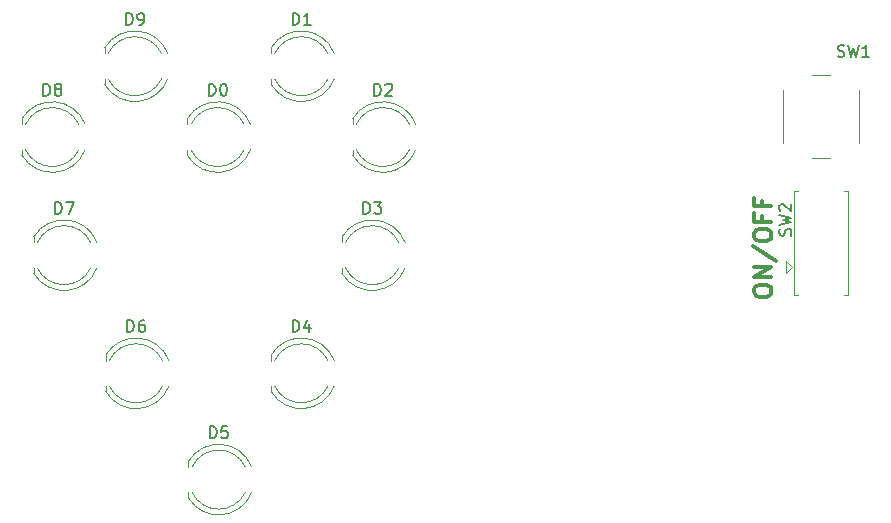
<source format=gbr>
%TF.GenerationSoftware,KiCad,Pcbnew,9.0.5*%
%TF.CreationDate,2025-10-04T16:27:51-04:00*%
%TF.ProjectId,LightBoard-Gift,4c696768-7442-46f6-9172-642d47696674,rev?*%
%TF.SameCoordinates,Original*%
%TF.FileFunction,Legend,Top*%
%TF.FilePolarity,Positive*%
%FSLAX46Y46*%
G04 Gerber Fmt 4.6, Leading zero omitted, Abs format (unit mm)*
G04 Created by KiCad (PCBNEW 9.0.5) date 2025-10-04 16:27:51*
%MOMM*%
%LPD*%
G01*
G04 APERTURE LIST*
%ADD10C,0.300000*%
%ADD11C,0.150000*%
%ADD12C,0.120000*%
G04 APERTURE END LIST*
D10*
X143300828Y-47159774D02*
X143300828Y-46874060D01*
X143300828Y-46874060D02*
X143372257Y-46731203D01*
X143372257Y-46731203D02*
X143515114Y-46588346D01*
X143515114Y-46588346D02*
X143800828Y-46516917D01*
X143800828Y-46516917D02*
X144300828Y-46516917D01*
X144300828Y-46516917D02*
X144586542Y-46588346D01*
X144586542Y-46588346D02*
X144729400Y-46731203D01*
X144729400Y-46731203D02*
X144800828Y-46874060D01*
X144800828Y-46874060D02*
X144800828Y-47159774D01*
X144800828Y-47159774D02*
X144729400Y-47302632D01*
X144729400Y-47302632D02*
X144586542Y-47445489D01*
X144586542Y-47445489D02*
X144300828Y-47516917D01*
X144300828Y-47516917D02*
X143800828Y-47516917D01*
X143800828Y-47516917D02*
X143515114Y-47445489D01*
X143515114Y-47445489D02*
X143372257Y-47302632D01*
X143372257Y-47302632D02*
X143300828Y-47159774D01*
X144800828Y-45874060D02*
X143300828Y-45874060D01*
X143300828Y-45874060D02*
X144800828Y-45016917D01*
X144800828Y-45016917D02*
X143300828Y-45016917D01*
X143229400Y-43231202D02*
X145157971Y-44516916D01*
X143300828Y-42445487D02*
X143300828Y-42159773D01*
X143300828Y-42159773D02*
X143372257Y-42016916D01*
X143372257Y-42016916D02*
X143515114Y-41874059D01*
X143515114Y-41874059D02*
X143800828Y-41802630D01*
X143800828Y-41802630D02*
X144300828Y-41802630D01*
X144300828Y-41802630D02*
X144586542Y-41874059D01*
X144586542Y-41874059D02*
X144729400Y-42016916D01*
X144729400Y-42016916D02*
X144800828Y-42159773D01*
X144800828Y-42159773D02*
X144800828Y-42445487D01*
X144800828Y-42445487D02*
X144729400Y-42588345D01*
X144729400Y-42588345D02*
X144586542Y-42731202D01*
X144586542Y-42731202D02*
X144300828Y-42802630D01*
X144300828Y-42802630D02*
X143800828Y-42802630D01*
X143800828Y-42802630D02*
X143515114Y-42731202D01*
X143515114Y-42731202D02*
X143372257Y-42588345D01*
X143372257Y-42588345D02*
X143300828Y-42445487D01*
X144015114Y-40659773D02*
X144015114Y-41159773D01*
X144800828Y-41159773D02*
X143300828Y-41159773D01*
X143300828Y-41159773D02*
X143300828Y-40445487D01*
X144015114Y-39374059D02*
X144015114Y-39874059D01*
X144800828Y-39874059D02*
X143300828Y-39874059D01*
X143300828Y-39874059D02*
X143300828Y-39159773D01*
D11*
X97261905Y-59494819D02*
X97261905Y-58494819D01*
X97261905Y-58494819D02*
X97500000Y-58494819D01*
X97500000Y-58494819D02*
X97642857Y-58542438D01*
X97642857Y-58542438D02*
X97738095Y-58637676D01*
X97738095Y-58637676D02*
X97785714Y-58732914D01*
X97785714Y-58732914D02*
X97833333Y-58923390D01*
X97833333Y-58923390D02*
X97833333Y-59066247D01*
X97833333Y-59066247D02*
X97785714Y-59256723D01*
X97785714Y-59256723D02*
X97738095Y-59351961D01*
X97738095Y-59351961D02*
X97642857Y-59447200D01*
X97642857Y-59447200D02*
X97500000Y-59494819D01*
X97500000Y-59494819D02*
X97261905Y-59494819D01*
X98738095Y-58494819D02*
X98261905Y-58494819D01*
X98261905Y-58494819D02*
X98214286Y-58971009D01*
X98214286Y-58971009D02*
X98261905Y-58923390D01*
X98261905Y-58923390D02*
X98357143Y-58875771D01*
X98357143Y-58875771D02*
X98595238Y-58875771D01*
X98595238Y-58875771D02*
X98690476Y-58923390D01*
X98690476Y-58923390D02*
X98738095Y-58971009D01*
X98738095Y-58971009D02*
X98785714Y-59066247D01*
X98785714Y-59066247D02*
X98785714Y-59304342D01*
X98785714Y-59304342D02*
X98738095Y-59399580D01*
X98738095Y-59399580D02*
X98690476Y-59447200D01*
X98690476Y-59447200D02*
X98595238Y-59494819D01*
X98595238Y-59494819D02*
X98357143Y-59494819D01*
X98357143Y-59494819D02*
X98261905Y-59447200D01*
X98261905Y-59447200D02*
X98214286Y-59399580D01*
X90261905Y-50494819D02*
X90261905Y-49494819D01*
X90261905Y-49494819D02*
X90500000Y-49494819D01*
X90500000Y-49494819D02*
X90642857Y-49542438D01*
X90642857Y-49542438D02*
X90738095Y-49637676D01*
X90738095Y-49637676D02*
X90785714Y-49732914D01*
X90785714Y-49732914D02*
X90833333Y-49923390D01*
X90833333Y-49923390D02*
X90833333Y-50066247D01*
X90833333Y-50066247D02*
X90785714Y-50256723D01*
X90785714Y-50256723D02*
X90738095Y-50351961D01*
X90738095Y-50351961D02*
X90642857Y-50447200D01*
X90642857Y-50447200D02*
X90500000Y-50494819D01*
X90500000Y-50494819D02*
X90261905Y-50494819D01*
X91690476Y-49494819D02*
X91500000Y-49494819D01*
X91500000Y-49494819D02*
X91404762Y-49542438D01*
X91404762Y-49542438D02*
X91357143Y-49590057D01*
X91357143Y-49590057D02*
X91261905Y-49732914D01*
X91261905Y-49732914D02*
X91214286Y-49923390D01*
X91214286Y-49923390D02*
X91214286Y-50304342D01*
X91214286Y-50304342D02*
X91261905Y-50399580D01*
X91261905Y-50399580D02*
X91309524Y-50447200D01*
X91309524Y-50447200D02*
X91404762Y-50494819D01*
X91404762Y-50494819D02*
X91595238Y-50494819D01*
X91595238Y-50494819D02*
X91690476Y-50447200D01*
X91690476Y-50447200D02*
X91738095Y-50399580D01*
X91738095Y-50399580D02*
X91785714Y-50304342D01*
X91785714Y-50304342D02*
X91785714Y-50066247D01*
X91785714Y-50066247D02*
X91738095Y-49971009D01*
X91738095Y-49971009D02*
X91690476Y-49923390D01*
X91690476Y-49923390D02*
X91595238Y-49875771D01*
X91595238Y-49875771D02*
X91404762Y-49875771D01*
X91404762Y-49875771D02*
X91309524Y-49923390D01*
X91309524Y-49923390D02*
X91261905Y-49971009D01*
X91261905Y-49971009D02*
X91214286Y-50066247D01*
X84166905Y-40494819D02*
X84166905Y-39494819D01*
X84166905Y-39494819D02*
X84405000Y-39494819D01*
X84405000Y-39494819D02*
X84547857Y-39542438D01*
X84547857Y-39542438D02*
X84643095Y-39637676D01*
X84643095Y-39637676D02*
X84690714Y-39732914D01*
X84690714Y-39732914D02*
X84738333Y-39923390D01*
X84738333Y-39923390D02*
X84738333Y-40066247D01*
X84738333Y-40066247D02*
X84690714Y-40256723D01*
X84690714Y-40256723D02*
X84643095Y-40351961D01*
X84643095Y-40351961D02*
X84547857Y-40447200D01*
X84547857Y-40447200D02*
X84405000Y-40494819D01*
X84405000Y-40494819D02*
X84166905Y-40494819D01*
X85071667Y-39494819D02*
X85738333Y-39494819D01*
X85738333Y-39494819D02*
X85309762Y-40494819D01*
X150416667Y-27157200D02*
X150559524Y-27204819D01*
X150559524Y-27204819D02*
X150797619Y-27204819D01*
X150797619Y-27204819D02*
X150892857Y-27157200D01*
X150892857Y-27157200D02*
X150940476Y-27109580D01*
X150940476Y-27109580D02*
X150988095Y-27014342D01*
X150988095Y-27014342D02*
X150988095Y-26919104D01*
X150988095Y-26919104D02*
X150940476Y-26823866D01*
X150940476Y-26823866D02*
X150892857Y-26776247D01*
X150892857Y-26776247D02*
X150797619Y-26728628D01*
X150797619Y-26728628D02*
X150607143Y-26681009D01*
X150607143Y-26681009D02*
X150511905Y-26633390D01*
X150511905Y-26633390D02*
X150464286Y-26585771D01*
X150464286Y-26585771D02*
X150416667Y-26490533D01*
X150416667Y-26490533D02*
X150416667Y-26395295D01*
X150416667Y-26395295D02*
X150464286Y-26300057D01*
X150464286Y-26300057D02*
X150511905Y-26252438D01*
X150511905Y-26252438D02*
X150607143Y-26204819D01*
X150607143Y-26204819D02*
X150845238Y-26204819D01*
X150845238Y-26204819D02*
X150988095Y-26252438D01*
X151321429Y-26204819D02*
X151559524Y-27204819D01*
X151559524Y-27204819D02*
X151750000Y-26490533D01*
X151750000Y-26490533D02*
X151940476Y-27204819D01*
X151940476Y-27204819D02*
X152178572Y-26204819D01*
X153083333Y-27204819D02*
X152511905Y-27204819D01*
X152797619Y-27204819D02*
X152797619Y-26204819D01*
X152797619Y-26204819D02*
X152702381Y-26347676D01*
X152702381Y-26347676D02*
X152607143Y-26442914D01*
X152607143Y-26442914D02*
X152511905Y-26490533D01*
X83166905Y-30494819D02*
X83166905Y-29494819D01*
X83166905Y-29494819D02*
X83405000Y-29494819D01*
X83405000Y-29494819D02*
X83547857Y-29542438D01*
X83547857Y-29542438D02*
X83643095Y-29637676D01*
X83643095Y-29637676D02*
X83690714Y-29732914D01*
X83690714Y-29732914D02*
X83738333Y-29923390D01*
X83738333Y-29923390D02*
X83738333Y-30066247D01*
X83738333Y-30066247D02*
X83690714Y-30256723D01*
X83690714Y-30256723D02*
X83643095Y-30351961D01*
X83643095Y-30351961D02*
X83547857Y-30447200D01*
X83547857Y-30447200D02*
X83405000Y-30494819D01*
X83405000Y-30494819D02*
X83166905Y-30494819D01*
X84309762Y-29923390D02*
X84214524Y-29875771D01*
X84214524Y-29875771D02*
X84166905Y-29828152D01*
X84166905Y-29828152D02*
X84119286Y-29732914D01*
X84119286Y-29732914D02*
X84119286Y-29685295D01*
X84119286Y-29685295D02*
X84166905Y-29590057D01*
X84166905Y-29590057D02*
X84214524Y-29542438D01*
X84214524Y-29542438D02*
X84309762Y-29494819D01*
X84309762Y-29494819D02*
X84500238Y-29494819D01*
X84500238Y-29494819D02*
X84595476Y-29542438D01*
X84595476Y-29542438D02*
X84643095Y-29590057D01*
X84643095Y-29590057D02*
X84690714Y-29685295D01*
X84690714Y-29685295D02*
X84690714Y-29732914D01*
X84690714Y-29732914D02*
X84643095Y-29828152D01*
X84643095Y-29828152D02*
X84595476Y-29875771D01*
X84595476Y-29875771D02*
X84500238Y-29923390D01*
X84500238Y-29923390D02*
X84309762Y-29923390D01*
X84309762Y-29923390D02*
X84214524Y-29971009D01*
X84214524Y-29971009D02*
X84166905Y-30018628D01*
X84166905Y-30018628D02*
X84119286Y-30113866D01*
X84119286Y-30113866D02*
X84119286Y-30304342D01*
X84119286Y-30304342D02*
X84166905Y-30399580D01*
X84166905Y-30399580D02*
X84214524Y-30447200D01*
X84214524Y-30447200D02*
X84309762Y-30494819D01*
X84309762Y-30494819D02*
X84500238Y-30494819D01*
X84500238Y-30494819D02*
X84595476Y-30447200D01*
X84595476Y-30447200D02*
X84643095Y-30399580D01*
X84643095Y-30399580D02*
X84690714Y-30304342D01*
X84690714Y-30304342D02*
X84690714Y-30113866D01*
X84690714Y-30113866D02*
X84643095Y-30018628D01*
X84643095Y-30018628D02*
X84595476Y-29971009D01*
X84595476Y-29971009D02*
X84500238Y-29923390D01*
X111166905Y-30494819D02*
X111166905Y-29494819D01*
X111166905Y-29494819D02*
X111405000Y-29494819D01*
X111405000Y-29494819D02*
X111547857Y-29542438D01*
X111547857Y-29542438D02*
X111643095Y-29637676D01*
X111643095Y-29637676D02*
X111690714Y-29732914D01*
X111690714Y-29732914D02*
X111738333Y-29923390D01*
X111738333Y-29923390D02*
X111738333Y-30066247D01*
X111738333Y-30066247D02*
X111690714Y-30256723D01*
X111690714Y-30256723D02*
X111643095Y-30351961D01*
X111643095Y-30351961D02*
X111547857Y-30447200D01*
X111547857Y-30447200D02*
X111405000Y-30494819D01*
X111405000Y-30494819D02*
X111166905Y-30494819D01*
X112119286Y-29590057D02*
X112166905Y-29542438D01*
X112166905Y-29542438D02*
X112262143Y-29494819D01*
X112262143Y-29494819D02*
X112500238Y-29494819D01*
X112500238Y-29494819D02*
X112595476Y-29542438D01*
X112595476Y-29542438D02*
X112643095Y-29590057D01*
X112643095Y-29590057D02*
X112690714Y-29685295D01*
X112690714Y-29685295D02*
X112690714Y-29780533D01*
X112690714Y-29780533D02*
X112643095Y-29923390D01*
X112643095Y-29923390D02*
X112071667Y-30494819D01*
X112071667Y-30494819D02*
X112690714Y-30494819D01*
X104261905Y-24494819D02*
X104261905Y-23494819D01*
X104261905Y-23494819D02*
X104500000Y-23494819D01*
X104500000Y-23494819D02*
X104642857Y-23542438D01*
X104642857Y-23542438D02*
X104738095Y-23637676D01*
X104738095Y-23637676D02*
X104785714Y-23732914D01*
X104785714Y-23732914D02*
X104833333Y-23923390D01*
X104833333Y-23923390D02*
X104833333Y-24066247D01*
X104833333Y-24066247D02*
X104785714Y-24256723D01*
X104785714Y-24256723D02*
X104738095Y-24351961D01*
X104738095Y-24351961D02*
X104642857Y-24447200D01*
X104642857Y-24447200D02*
X104500000Y-24494819D01*
X104500000Y-24494819D02*
X104261905Y-24494819D01*
X105785714Y-24494819D02*
X105214286Y-24494819D01*
X105500000Y-24494819D02*
X105500000Y-23494819D01*
X105500000Y-23494819D02*
X105404762Y-23637676D01*
X105404762Y-23637676D02*
X105309524Y-23732914D01*
X105309524Y-23732914D02*
X105214286Y-23780533D01*
X146417200Y-42343332D02*
X146464819Y-42200475D01*
X146464819Y-42200475D02*
X146464819Y-41962380D01*
X146464819Y-41962380D02*
X146417200Y-41867142D01*
X146417200Y-41867142D02*
X146369580Y-41819523D01*
X146369580Y-41819523D02*
X146274342Y-41771904D01*
X146274342Y-41771904D02*
X146179104Y-41771904D01*
X146179104Y-41771904D02*
X146083866Y-41819523D01*
X146083866Y-41819523D02*
X146036247Y-41867142D01*
X146036247Y-41867142D02*
X145988628Y-41962380D01*
X145988628Y-41962380D02*
X145941009Y-42152856D01*
X145941009Y-42152856D02*
X145893390Y-42248094D01*
X145893390Y-42248094D02*
X145845771Y-42295713D01*
X145845771Y-42295713D02*
X145750533Y-42343332D01*
X145750533Y-42343332D02*
X145655295Y-42343332D01*
X145655295Y-42343332D02*
X145560057Y-42295713D01*
X145560057Y-42295713D02*
X145512438Y-42248094D01*
X145512438Y-42248094D02*
X145464819Y-42152856D01*
X145464819Y-42152856D02*
X145464819Y-41914761D01*
X145464819Y-41914761D02*
X145512438Y-41771904D01*
X145464819Y-41438570D02*
X146464819Y-41200475D01*
X146464819Y-41200475D02*
X145750533Y-41009999D01*
X145750533Y-41009999D02*
X146464819Y-40819523D01*
X146464819Y-40819523D02*
X145464819Y-40581428D01*
X145560057Y-40248094D02*
X145512438Y-40200475D01*
X145512438Y-40200475D02*
X145464819Y-40105237D01*
X145464819Y-40105237D02*
X145464819Y-39867142D01*
X145464819Y-39867142D02*
X145512438Y-39771904D01*
X145512438Y-39771904D02*
X145560057Y-39724285D01*
X145560057Y-39724285D02*
X145655295Y-39676666D01*
X145655295Y-39676666D02*
X145750533Y-39676666D01*
X145750533Y-39676666D02*
X145893390Y-39724285D01*
X145893390Y-39724285D02*
X146464819Y-40295713D01*
X146464819Y-40295713D02*
X146464819Y-39676666D01*
X90166905Y-24494819D02*
X90166905Y-23494819D01*
X90166905Y-23494819D02*
X90405000Y-23494819D01*
X90405000Y-23494819D02*
X90547857Y-23542438D01*
X90547857Y-23542438D02*
X90643095Y-23637676D01*
X90643095Y-23637676D02*
X90690714Y-23732914D01*
X90690714Y-23732914D02*
X90738333Y-23923390D01*
X90738333Y-23923390D02*
X90738333Y-24066247D01*
X90738333Y-24066247D02*
X90690714Y-24256723D01*
X90690714Y-24256723D02*
X90643095Y-24351961D01*
X90643095Y-24351961D02*
X90547857Y-24447200D01*
X90547857Y-24447200D02*
X90405000Y-24494819D01*
X90405000Y-24494819D02*
X90166905Y-24494819D01*
X91214524Y-24494819D02*
X91405000Y-24494819D01*
X91405000Y-24494819D02*
X91500238Y-24447200D01*
X91500238Y-24447200D02*
X91547857Y-24399580D01*
X91547857Y-24399580D02*
X91643095Y-24256723D01*
X91643095Y-24256723D02*
X91690714Y-24066247D01*
X91690714Y-24066247D02*
X91690714Y-23685295D01*
X91690714Y-23685295D02*
X91643095Y-23590057D01*
X91643095Y-23590057D02*
X91595476Y-23542438D01*
X91595476Y-23542438D02*
X91500238Y-23494819D01*
X91500238Y-23494819D02*
X91309762Y-23494819D01*
X91309762Y-23494819D02*
X91214524Y-23542438D01*
X91214524Y-23542438D02*
X91166905Y-23590057D01*
X91166905Y-23590057D02*
X91119286Y-23685295D01*
X91119286Y-23685295D02*
X91119286Y-23923390D01*
X91119286Y-23923390D02*
X91166905Y-24018628D01*
X91166905Y-24018628D02*
X91214524Y-24066247D01*
X91214524Y-24066247D02*
X91309762Y-24113866D01*
X91309762Y-24113866D02*
X91500238Y-24113866D01*
X91500238Y-24113866D02*
X91595476Y-24066247D01*
X91595476Y-24066247D02*
X91643095Y-24018628D01*
X91643095Y-24018628D02*
X91690714Y-23923390D01*
X97166905Y-30494819D02*
X97166905Y-29494819D01*
X97166905Y-29494819D02*
X97405000Y-29494819D01*
X97405000Y-29494819D02*
X97547857Y-29542438D01*
X97547857Y-29542438D02*
X97643095Y-29637676D01*
X97643095Y-29637676D02*
X97690714Y-29732914D01*
X97690714Y-29732914D02*
X97738333Y-29923390D01*
X97738333Y-29923390D02*
X97738333Y-30066247D01*
X97738333Y-30066247D02*
X97690714Y-30256723D01*
X97690714Y-30256723D02*
X97643095Y-30351961D01*
X97643095Y-30351961D02*
X97547857Y-30447200D01*
X97547857Y-30447200D02*
X97405000Y-30494819D01*
X97405000Y-30494819D02*
X97166905Y-30494819D01*
X98357381Y-29494819D02*
X98452619Y-29494819D01*
X98452619Y-29494819D02*
X98547857Y-29542438D01*
X98547857Y-29542438D02*
X98595476Y-29590057D01*
X98595476Y-29590057D02*
X98643095Y-29685295D01*
X98643095Y-29685295D02*
X98690714Y-29875771D01*
X98690714Y-29875771D02*
X98690714Y-30113866D01*
X98690714Y-30113866D02*
X98643095Y-30304342D01*
X98643095Y-30304342D02*
X98595476Y-30399580D01*
X98595476Y-30399580D02*
X98547857Y-30447200D01*
X98547857Y-30447200D02*
X98452619Y-30494819D01*
X98452619Y-30494819D02*
X98357381Y-30494819D01*
X98357381Y-30494819D02*
X98262143Y-30447200D01*
X98262143Y-30447200D02*
X98214524Y-30399580D01*
X98214524Y-30399580D02*
X98166905Y-30304342D01*
X98166905Y-30304342D02*
X98119286Y-30113866D01*
X98119286Y-30113866D02*
X98119286Y-29875771D01*
X98119286Y-29875771D02*
X98166905Y-29685295D01*
X98166905Y-29685295D02*
X98214524Y-29590057D01*
X98214524Y-29590057D02*
X98262143Y-29542438D01*
X98262143Y-29542438D02*
X98357381Y-29494819D01*
X110261905Y-40494819D02*
X110261905Y-39494819D01*
X110261905Y-39494819D02*
X110500000Y-39494819D01*
X110500000Y-39494819D02*
X110642857Y-39542438D01*
X110642857Y-39542438D02*
X110738095Y-39637676D01*
X110738095Y-39637676D02*
X110785714Y-39732914D01*
X110785714Y-39732914D02*
X110833333Y-39923390D01*
X110833333Y-39923390D02*
X110833333Y-40066247D01*
X110833333Y-40066247D02*
X110785714Y-40256723D01*
X110785714Y-40256723D02*
X110738095Y-40351961D01*
X110738095Y-40351961D02*
X110642857Y-40447200D01*
X110642857Y-40447200D02*
X110500000Y-40494819D01*
X110500000Y-40494819D02*
X110261905Y-40494819D01*
X111166667Y-39494819D02*
X111785714Y-39494819D01*
X111785714Y-39494819D02*
X111452381Y-39875771D01*
X111452381Y-39875771D02*
X111595238Y-39875771D01*
X111595238Y-39875771D02*
X111690476Y-39923390D01*
X111690476Y-39923390D02*
X111738095Y-39971009D01*
X111738095Y-39971009D02*
X111785714Y-40066247D01*
X111785714Y-40066247D02*
X111785714Y-40304342D01*
X111785714Y-40304342D02*
X111738095Y-40399580D01*
X111738095Y-40399580D02*
X111690476Y-40447200D01*
X111690476Y-40447200D02*
X111595238Y-40494819D01*
X111595238Y-40494819D02*
X111309524Y-40494819D01*
X111309524Y-40494819D02*
X111214286Y-40447200D01*
X111214286Y-40447200D02*
X111166667Y-40399580D01*
X104261905Y-50494819D02*
X104261905Y-49494819D01*
X104261905Y-49494819D02*
X104500000Y-49494819D01*
X104500000Y-49494819D02*
X104642857Y-49542438D01*
X104642857Y-49542438D02*
X104738095Y-49637676D01*
X104738095Y-49637676D02*
X104785714Y-49732914D01*
X104785714Y-49732914D02*
X104833333Y-49923390D01*
X104833333Y-49923390D02*
X104833333Y-50066247D01*
X104833333Y-50066247D02*
X104785714Y-50256723D01*
X104785714Y-50256723D02*
X104738095Y-50351961D01*
X104738095Y-50351961D02*
X104642857Y-50447200D01*
X104642857Y-50447200D02*
X104500000Y-50494819D01*
X104500000Y-50494819D02*
X104261905Y-50494819D01*
X105690476Y-49828152D02*
X105690476Y-50494819D01*
X105452381Y-49447200D02*
X105214286Y-50161485D01*
X105214286Y-50161485D02*
X105833333Y-50161485D01*
D12*
%TO.C,D5*%
X95440000Y-61455000D02*
X95440000Y-61920000D01*
X95440000Y-64080000D02*
X95440000Y-64545000D01*
X95440000Y-61455170D02*
G75*
G02*
X100788136Y-61920000I2560000J-1544830D01*
G01*
X95745316Y-61920000D02*
G75*
G02*
X100254684Y-61920000I2254684J-1080000D01*
G01*
X100254684Y-64080000D02*
G75*
G02*
X95745316Y-64080000I-2254684J1080000D01*
G01*
X100788136Y-64080000D02*
G75*
G02*
X95440000Y-64544830I-2788136J1080000D01*
G01*
%TO.C,D6*%
X88440000Y-52455000D02*
X88440000Y-52920000D01*
X88440000Y-55080000D02*
X88440000Y-55545000D01*
X88440000Y-52455170D02*
G75*
G02*
X93788136Y-52920000I2560000J-1544830D01*
G01*
X88745316Y-52920000D02*
G75*
G02*
X93254684Y-52920000I2254684J-1080000D01*
G01*
X93254684Y-55080000D02*
G75*
G02*
X88745316Y-55080000I-2254684J1080000D01*
G01*
X93788136Y-55080000D02*
G75*
G02*
X88440000Y-55544830I-2788136J1080000D01*
G01*
%TO.C,D7*%
X82345000Y-42455000D02*
X82345000Y-42920000D01*
X82345000Y-45080000D02*
X82345000Y-45545000D01*
X82345000Y-42455170D02*
G75*
G02*
X87693136Y-42920000I2560000J-1544830D01*
G01*
X82650316Y-42920000D02*
G75*
G02*
X87159684Y-42920000I2254684J-1080000D01*
G01*
X87159684Y-45080000D02*
G75*
G02*
X82650316Y-45080000I-2254684J1080000D01*
G01*
X87693136Y-45080000D02*
G75*
G02*
X82345000Y-45544830I-2788136J1080000D01*
G01*
%TO.C,SW1*%
X145750000Y-30000000D02*
X145750000Y-34500000D01*
X148250000Y-35750000D02*
X149750000Y-35750000D01*
X149750000Y-28750000D02*
X148250000Y-28750000D01*
X152250000Y-34500000D02*
X152250000Y-30000000D01*
%TO.C,D8*%
X81345000Y-32455000D02*
X81345000Y-32920000D01*
X81345000Y-35080000D02*
X81345000Y-35545000D01*
X81345000Y-32455170D02*
G75*
G02*
X86693136Y-32920000I2560000J-1544830D01*
G01*
X81650316Y-32920000D02*
G75*
G02*
X86159684Y-32920000I2254684J-1080000D01*
G01*
X86159684Y-35080000D02*
G75*
G02*
X81650316Y-35080000I-2254684J1080000D01*
G01*
X86693136Y-35080000D02*
G75*
G02*
X81345000Y-35544830I-2788136J1080000D01*
G01*
%TO.C,D2*%
X109345000Y-32455000D02*
X109345000Y-32920000D01*
X109345000Y-35080000D02*
X109345000Y-35545000D01*
X109345000Y-32455170D02*
G75*
G02*
X114693136Y-32920000I2560000J-1544830D01*
G01*
X109650316Y-32920000D02*
G75*
G02*
X114159684Y-32920000I2254684J-1080000D01*
G01*
X114159684Y-35080000D02*
G75*
G02*
X109650316Y-35080000I-2254684J1080000D01*
G01*
X114693136Y-35080000D02*
G75*
G02*
X109345000Y-35544830I-2788136J1080000D01*
G01*
%TO.C,D1*%
X102440000Y-26455000D02*
X102440000Y-26920000D01*
X102440000Y-29080000D02*
X102440000Y-29545000D01*
X102440000Y-26455170D02*
G75*
G02*
X107788136Y-26920000I2560000J-1544830D01*
G01*
X102745316Y-26920000D02*
G75*
G02*
X107254684Y-26920000I2254684J-1080000D01*
G01*
X107254684Y-29080000D02*
G75*
G02*
X102745316Y-29080000I-2254684J1080000D01*
G01*
X107788136Y-29080000D02*
G75*
G02*
X102440000Y-29544830I-2788136J1080000D01*
G01*
%TO.C,SW2*%
X146040000Y-44500000D02*
X146040000Y-45500000D01*
X146040000Y-45500000D02*
X146540000Y-45000000D01*
X146540000Y-45000000D02*
X146040000Y-44500000D01*
X146740000Y-38590000D02*
X147050000Y-38590000D01*
X146740000Y-47410000D02*
X146740000Y-38590000D01*
X147050000Y-47410000D02*
X146740000Y-47410000D01*
X151260000Y-38590000D02*
X150950000Y-38590000D01*
X151260000Y-38590000D02*
X151260000Y-47410000D01*
X151260000Y-47410000D02*
X150950000Y-47410000D01*
%TO.C,D9*%
X88345000Y-26455000D02*
X88345000Y-26920000D01*
X88345000Y-29080000D02*
X88345000Y-29545000D01*
X88345000Y-26455170D02*
G75*
G02*
X93693136Y-26920000I2560000J-1544830D01*
G01*
X88650316Y-26920000D02*
G75*
G02*
X93159684Y-26920000I2254684J-1080000D01*
G01*
X93159684Y-29080000D02*
G75*
G02*
X88650316Y-29080000I-2254684J1080000D01*
G01*
X93693136Y-29080000D02*
G75*
G02*
X88345000Y-29544830I-2788136J1080000D01*
G01*
%TO.C,D0*%
X95345000Y-32455000D02*
X95345000Y-32920000D01*
X95345000Y-35080000D02*
X95345000Y-35545000D01*
X95345000Y-32455170D02*
G75*
G02*
X100693136Y-32920000I2560000J-1544830D01*
G01*
X95650316Y-32920000D02*
G75*
G02*
X100159684Y-32920000I2254684J-1080000D01*
G01*
X100159684Y-35080000D02*
G75*
G02*
X95650316Y-35080000I-2254684J1080000D01*
G01*
X100693136Y-35080000D02*
G75*
G02*
X95345000Y-35544830I-2788136J1080000D01*
G01*
%TO.C,D3*%
X108440000Y-42455000D02*
X108440000Y-42920000D01*
X108440000Y-45080000D02*
X108440000Y-45545000D01*
X108440000Y-42455170D02*
G75*
G02*
X113788136Y-42920000I2560000J-1544830D01*
G01*
X108745316Y-42920000D02*
G75*
G02*
X113254684Y-42920000I2254684J-1080000D01*
G01*
X113254684Y-45080000D02*
G75*
G02*
X108745316Y-45080000I-2254684J1080000D01*
G01*
X113788136Y-45080000D02*
G75*
G02*
X108440000Y-45544830I-2788136J1080000D01*
G01*
%TO.C,D4*%
X102440000Y-52455000D02*
X102440000Y-52920000D01*
X102440000Y-55080000D02*
X102440000Y-55545000D01*
X102440000Y-52455170D02*
G75*
G02*
X107788136Y-52920000I2560000J-1544830D01*
G01*
X102745316Y-52920000D02*
G75*
G02*
X107254684Y-52920000I2254684J-1080000D01*
G01*
X107254684Y-55080000D02*
G75*
G02*
X102745316Y-55080000I-2254684J1080000D01*
G01*
X107788136Y-55080000D02*
G75*
G02*
X102440000Y-55544830I-2788136J1080000D01*
G01*
%TD*%
M02*

</source>
